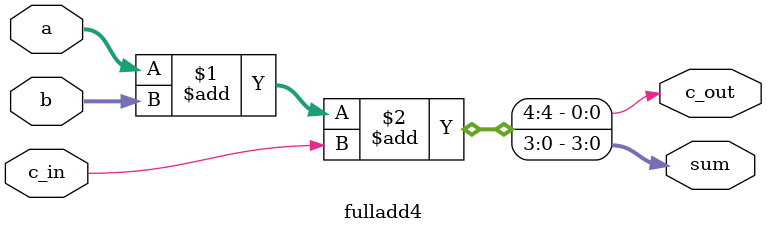
<source format=v>
module top_module;
    reg c_in;
    reg [3:0] a;
    reg [3:0] b;
    wire [3:0] sum; 
    wire c_out;
    reg [31:0] ran_gen;

    fulladd4 fa0(.sum(sum),.c_out(c_out),.a(a),.b(b),.c_in(c_in));

    initial begin
        repeat(20) begin
        #10;
            ran_gen = $random;
            a = ran_gen[3:0];
            b = ran_gen[7:4];
            c_in = ran_gen[8];
        end
    end
    
    initial begin
        $monitor(" %d %d %d %d %d ",a,b,c_in,sum,c_out);
    end
endmodule

module fulladd4(sum, c_out, a, b, c_in) ;

output [3:0] sum;
output c_out;
input [3:0] a, b;
input c_in;

assign {c_out, sum} = a + b + c_in;

endmodule
</source>
